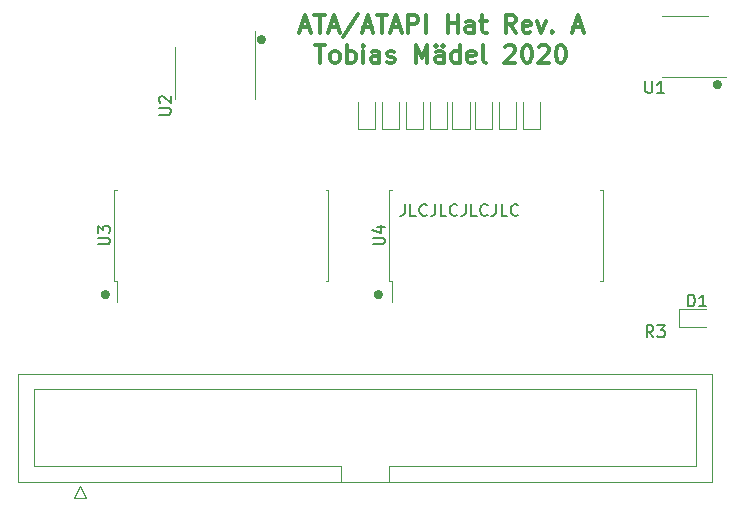
<source format=gto>
%TF.GenerationSoftware,KiCad,Pcbnew,5.1.6*%
%TF.CreationDate,2020-07-11T21:42:10+02:00*%
%TF.ProjectId,IDEHat,49444548-6174-42e6-9b69-6361645f7063,rev?*%
%TF.SameCoordinates,Original*%
%TF.FileFunction,Legend,Top*%
%TF.FilePolarity,Positive*%
%FSLAX46Y46*%
G04 Gerber Fmt 4.6, Leading zero omitted, Abs format (unit mm)*
G04 Created by KiCad (PCBNEW 5.1.6) date 2020-07-11 21:42:10*
%MOMM*%
%LPD*%
G01*
G04 APERTURE LIST*
%ADD10C,0.150000*%
%ADD11C,0.400000*%
%ADD12C,0.300000*%
%ADD13C,0.120000*%
G04 APERTURE END LIST*
D10*
X81740952Y-153376380D02*
X81740952Y-154090666D01*
X81693333Y-154233523D01*
X81598095Y-154328761D01*
X81455238Y-154376380D01*
X81360000Y-154376380D01*
X82693333Y-154376380D02*
X82217142Y-154376380D01*
X82217142Y-153376380D01*
X83598095Y-154281142D02*
X83550476Y-154328761D01*
X83407619Y-154376380D01*
X83312380Y-154376380D01*
X83169523Y-154328761D01*
X83074285Y-154233523D01*
X83026666Y-154138285D01*
X82979047Y-153947809D01*
X82979047Y-153804952D01*
X83026666Y-153614476D01*
X83074285Y-153519238D01*
X83169523Y-153424000D01*
X83312380Y-153376380D01*
X83407619Y-153376380D01*
X83550476Y-153424000D01*
X83598095Y-153471619D01*
X84312380Y-153376380D02*
X84312380Y-154090666D01*
X84264761Y-154233523D01*
X84169523Y-154328761D01*
X84026666Y-154376380D01*
X83931428Y-154376380D01*
X85264761Y-154376380D02*
X84788571Y-154376380D01*
X84788571Y-153376380D01*
X86169523Y-154281142D02*
X86121904Y-154328761D01*
X85979047Y-154376380D01*
X85883809Y-154376380D01*
X85740952Y-154328761D01*
X85645714Y-154233523D01*
X85598095Y-154138285D01*
X85550476Y-153947809D01*
X85550476Y-153804952D01*
X85598095Y-153614476D01*
X85645714Y-153519238D01*
X85740952Y-153424000D01*
X85883809Y-153376380D01*
X85979047Y-153376380D01*
X86121904Y-153424000D01*
X86169523Y-153471619D01*
X86883809Y-153376380D02*
X86883809Y-154090666D01*
X86836190Y-154233523D01*
X86740952Y-154328761D01*
X86598095Y-154376380D01*
X86502857Y-154376380D01*
X87836190Y-154376380D02*
X87360000Y-154376380D01*
X87360000Y-153376380D01*
X88740952Y-154281142D02*
X88693333Y-154328761D01*
X88550476Y-154376380D01*
X88455238Y-154376380D01*
X88312380Y-154328761D01*
X88217142Y-154233523D01*
X88169523Y-154138285D01*
X88121904Y-153947809D01*
X88121904Y-153804952D01*
X88169523Y-153614476D01*
X88217142Y-153519238D01*
X88312380Y-153424000D01*
X88455238Y-153376380D01*
X88550476Y-153376380D01*
X88693333Y-153424000D01*
X88740952Y-153471619D01*
X89455238Y-153376380D02*
X89455238Y-154090666D01*
X89407619Y-154233523D01*
X89312380Y-154328761D01*
X89169523Y-154376380D01*
X89074285Y-154376380D01*
X90407619Y-154376380D02*
X89931428Y-154376380D01*
X89931428Y-153376380D01*
X91312380Y-154281142D02*
X91264761Y-154328761D01*
X91121904Y-154376380D01*
X91026666Y-154376380D01*
X90883809Y-154328761D01*
X90788571Y-154233523D01*
X90740952Y-154138285D01*
X90693333Y-153947809D01*
X90693333Y-153804952D01*
X90740952Y-153614476D01*
X90788571Y-153519238D01*
X90883809Y-153424000D01*
X91026666Y-153376380D01*
X91121904Y-153376380D01*
X91264761Y-153424000D01*
X91312380Y-153471619D01*
D11*
X108404000Y-143256000D02*
G75*
G03*
X108404000Y-143256000I-200000J0D01*
G01*
X69796000Y-139446000D02*
G75*
G03*
X69796000Y-139446000I-200000J0D01*
G01*
X79702000Y-161036000D02*
G75*
G03*
X79702000Y-161036000I-200000J0D01*
G01*
X56588000Y-161036000D02*
G75*
G03*
X56588000Y-161036000I-200000J0D01*
G01*
D12*
X72943142Y-138421000D02*
X73657428Y-138421000D01*
X72800285Y-138849571D02*
X73300285Y-137349571D01*
X73800285Y-138849571D01*
X74086000Y-137349571D02*
X74943142Y-137349571D01*
X74514571Y-138849571D02*
X74514571Y-137349571D01*
X75371714Y-138421000D02*
X76086000Y-138421000D01*
X75228857Y-138849571D02*
X75728857Y-137349571D01*
X76228857Y-138849571D01*
X77800285Y-137278142D02*
X76514571Y-139206714D01*
X78228857Y-138421000D02*
X78943142Y-138421000D01*
X78086000Y-138849571D02*
X78586000Y-137349571D01*
X79086000Y-138849571D01*
X79371714Y-137349571D02*
X80228857Y-137349571D01*
X79800285Y-138849571D02*
X79800285Y-137349571D01*
X80657428Y-138421000D02*
X81371714Y-138421000D01*
X80514571Y-138849571D02*
X81014571Y-137349571D01*
X81514571Y-138849571D01*
X82014571Y-138849571D02*
X82014571Y-137349571D01*
X82586000Y-137349571D01*
X82728857Y-137421000D01*
X82800285Y-137492428D01*
X82871714Y-137635285D01*
X82871714Y-137849571D01*
X82800285Y-137992428D01*
X82728857Y-138063857D01*
X82586000Y-138135285D01*
X82014571Y-138135285D01*
X83514571Y-138849571D02*
X83514571Y-137349571D01*
X85371714Y-138849571D02*
X85371714Y-137349571D01*
X85371714Y-138063857D02*
X86228857Y-138063857D01*
X86228857Y-138849571D02*
X86228857Y-137349571D01*
X87586000Y-138849571D02*
X87586000Y-138063857D01*
X87514571Y-137921000D01*
X87371714Y-137849571D01*
X87086000Y-137849571D01*
X86943142Y-137921000D01*
X87586000Y-138778142D02*
X87443142Y-138849571D01*
X87086000Y-138849571D01*
X86943142Y-138778142D01*
X86871714Y-138635285D01*
X86871714Y-138492428D01*
X86943142Y-138349571D01*
X87086000Y-138278142D01*
X87443142Y-138278142D01*
X87586000Y-138206714D01*
X88086000Y-137849571D02*
X88657428Y-137849571D01*
X88300285Y-137349571D02*
X88300285Y-138635285D01*
X88371714Y-138778142D01*
X88514571Y-138849571D01*
X88657428Y-138849571D01*
X91157428Y-138849571D02*
X90657428Y-138135285D01*
X90300285Y-138849571D02*
X90300285Y-137349571D01*
X90871714Y-137349571D01*
X91014571Y-137421000D01*
X91085999Y-137492428D01*
X91157428Y-137635285D01*
X91157428Y-137849571D01*
X91085999Y-137992428D01*
X91014571Y-138063857D01*
X90871714Y-138135285D01*
X90300285Y-138135285D01*
X92371714Y-138778142D02*
X92228857Y-138849571D01*
X91943142Y-138849571D01*
X91800285Y-138778142D01*
X91728857Y-138635285D01*
X91728857Y-138063857D01*
X91800285Y-137921000D01*
X91943142Y-137849571D01*
X92228857Y-137849571D01*
X92371714Y-137921000D01*
X92443142Y-138063857D01*
X92443142Y-138206714D01*
X91728857Y-138349571D01*
X92943142Y-137849571D02*
X93300285Y-138849571D01*
X93657428Y-137849571D01*
X94228857Y-138706714D02*
X94300285Y-138778142D01*
X94228857Y-138849571D01*
X94157428Y-138778142D01*
X94228857Y-138706714D01*
X94228857Y-138849571D01*
X96014571Y-138421000D02*
X96728857Y-138421000D01*
X95871714Y-138849571D02*
X96371714Y-137349571D01*
X96871714Y-138849571D01*
X74157428Y-139899571D02*
X75014571Y-139899571D01*
X74586000Y-141399571D02*
X74586000Y-139899571D01*
X75728857Y-141399571D02*
X75586000Y-141328142D01*
X75514571Y-141256714D01*
X75443142Y-141113857D01*
X75443142Y-140685285D01*
X75514571Y-140542428D01*
X75586000Y-140471000D01*
X75728857Y-140399571D01*
X75943142Y-140399571D01*
X76086000Y-140471000D01*
X76157428Y-140542428D01*
X76228857Y-140685285D01*
X76228857Y-141113857D01*
X76157428Y-141256714D01*
X76086000Y-141328142D01*
X75943142Y-141399571D01*
X75728857Y-141399571D01*
X76871714Y-141399571D02*
X76871714Y-139899571D01*
X76871714Y-140471000D02*
X77014571Y-140399571D01*
X77300285Y-140399571D01*
X77443142Y-140471000D01*
X77514571Y-140542428D01*
X77586000Y-140685285D01*
X77586000Y-141113857D01*
X77514571Y-141256714D01*
X77443142Y-141328142D01*
X77300285Y-141399571D01*
X77014571Y-141399571D01*
X76871714Y-141328142D01*
X78228857Y-141399571D02*
X78228857Y-140399571D01*
X78228857Y-139899571D02*
X78157428Y-139971000D01*
X78228857Y-140042428D01*
X78300285Y-139971000D01*
X78228857Y-139899571D01*
X78228857Y-140042428D01*
X79586000Y-141399571D02*
X79586000Y-140613857D01*
X79514571Y-140471000D01*
X79371714Y-140399571D01*
X79086000Y-140399571D01*
X78943142Y-140471000D01*
X79586000Y-141328142D02*
X79443142Y-141399571D01*
X79086000Y-141399571D01*
X78943142Y-141328142D01*
X78871714Y-141185285D01*
X78871714Y-141042428D01*
X78943142Y-140899571D01*
X79086000Y-140828142D01*
X79443142Y-140828142D01*
X79586000Y-140756714D01*
X80228857Y-141328142D02*
X80371714Y-141399571D01*
X80657428Y-141399571D01*
X80800285Y-141328142D01*
X80871714Y-141185285D01*
X80871714Y-141113857D01*
X80800285Y-140971000D01*
X80657428Y-140899571D01*
X80443142Y-140899571D01*
X80300285Y-140828142D01*
X80228857Y-140685285D01*
X80228857Y-140613857D01*
X80300285Y-140471000D01*
X80443142Y-140399571D01*
X80657428Y-140399571D01*
X80800285Y-140471000D01*
X82657428Y-141399571D02*
X82657428Y-139899571D01*
X83157428Y-140971000D01*
X83657428Y-139899571D01*
X83657428Y-141399571D01*
X85014571Y-141399571D02*
X85014571Y-140613857D01*
X84943142Y-140471000D01*
X84800285Y-140399571D01*
X84514571Y-140399571D01*
X84371714Y-140471000D01*
X85014571Y-141328142D02*
X84871714Y-141399571D01*
X84514571Y-141399571D01*
X84371714Y-141328142D01*
X84300285Y-141185285D01*
X84300285Y-141042428D01*
X84371714Y-140899571D01*
X84514571Y-140828142D01*
X84871714Y-140828142D01*
X85014571Y-140756714D01*
X84371714Y-139899571D02*
X84443142Y-139971000D01*
X84371714Y-140042428D01*
X84300285Y-139971000D01*
X84371714Y-139899571D01*
X84371714Y-140042428D01*
X84943142Y-139899571D02*
X85014571Y-139971000D01*
X84943142Y-140042428D01*
X84871714Y-139971000D01*
X84943142Y-139899571D01*
X84943142Y-140042428D01*
X86371714Y-141399571D02*
X86371714Y-139899571D01*
X86371714Y-141328142D02*
X86228857Y-141399571D01*
X85943142Y-141399571D01*
X85800285Y-141328142D01*
X85728857Y-141256714D01*
X85657428Y-141113857D01*
X85657428Y-140685285D01*
X85728857Y-140542428D01*
X85800285Y-140471000D01*
X85943142Y-140399571D01*
X86228857Y-140399571D01*
X86371714Y-140471000D01*
X87657428Y-141328142D02*
X87514571Y-141399571D01*
X87228857Y-141399571D01*
X87086000Y-141328142D01*
X87014571Y-141185285D01*
X87014571Y-140613857D01*
X87086000Y-140471000D01*
X87228857Y-140399571D01*
X87514571Y-140399571D01*
X87657428Y-140471000D01*
X87728857Y-140613857D01*
X87728857Y-140756714D01*
X87014571Y-140899571D01*
X88586000Y-141399571D02*
X88443142Y-141328142D01*
X88371714Y-141185285D01*
X88371714Y-139899571D01*
X90228857Y-140042428D02*
X90300285Y-139971000D01*
X90443142Y-139899571D01*
X90800285Y-139899571D01*
X90943142Y-139971000D01*
X91014571Y-140042428D01*
X91086000Y-140185285D01*
X91086000Y-140328142D01*
X91014571Y-140542428D01*
X90157428Y-141399571D01*
X91086000Y-141399571D01*
X92014571Y-139899571D02*
X92157428Y-139899571D01*
X92300285Y-139971000D01*
X92371714Y-140042428D01*
X92443142Y-140185285D01*
X92514571Y-140471000D01*
X92514571Y-140828142D01*
X92443142Y-141113857D01*
X92371714Y-141256714D01*
X92300285Y-141328142D01*
X92157428Y-141399571D01*
X92014571Y-141399571D01*
X91871714Y-141328142D01*
X91800285Y-141256714D01*
X91728857Y-141113857D01*
X91657428Y-140828142D01*
X91657428Y-140471000D01*
X91728857Y-140185285D01*
X91800285Y-140042428D01*
X91871714Y-139971000D01*
X92014571Y-139899571D01*
X93086000Y-140042428D02*
X93157428Y-139971000D01*
X93300285Y-139899571D01*
X93657428Y-139899571D01*
X93800285Y-139971000D01*
X93871714Y-140042428D01*
X93943142Y-140185285D01*
X93943142Y-140328142D01*
X93871714Y-140542428D01*
X93014571Y-141399571D01*
X93943142Y-141399571D01*
X94871714Y-139899571D02*
X95014571Y-139899571D01*
X95157428Y-139971000D01*
X95228857Y-140042428D01*
X95300285Y-140185285D01*
X95371714Y-140471000D01*
X95371714Y-140828142D01*
X95300285Y-141113857D01*
X95228857Y-141256714D01*
X95157428Y-141328142D01*
X95014571Y-141399571D01*
X94871714Y-141399571D01*
X94728857Y-141328142D01*
X94657428Y-141256714D01*
X94586000Y-141113857D01*
X94514571Y-140828142D01*
X94514571Y-140471000D01*
X94586000Y-140185285D01*
X94657428Y-140042428D01*
X94728857Y-139971000D01*
X94871714Y-139899571D01*
D13*
%TO.C,U2*%
X62250627Y-142299877D02*
X62250627Y-144499877D01*
X62250627Y-142299877D02*
X62250627Y-140099877D01*
X69020627Y-142299877D02*
X69020627Y-144499877D01*
X69020627Y-142299877D02*
X69020627Y-138699877D01*
%TO.C,D9*%
X77751000Y-144742000D02*
X77751000Y-147027000D01*
X77751000Y-147027000D02*
X79221000Y-147027000D01*
X79221000Y-147027000D02*
X79221000Y-144742000D01*
%TO.C,D8*%
X79783000Y-144742000D02*
X79783000Y-147027000D01*
X79783000Y-147027000D02*
X81253000Y-147027000D01*
X81253000Y-147027000D02*
X81253000Y-144742000D01*
%TO.C,D7*%
X81815000Y-144742000D02*
X81815000Y-147027000D01*
X81815000Y-147027000D02*
X83285000Y-147027000D01*
X83285000Y-147027000D02*
X83285000Y-144742000D01*
%TO.C,D6*%
X83847000Y-144742000D02*
X83847000Y-147027000D01*
X83847000Y-147027000D02*
X85317000Y-147027000D01*
X85317000Y-147027000D02*
X85317000Y-144742000D01*
%TO.C,D5*%
X85752000Y-144742000D02*
X85752000Y-147027000D01*
X85752000Y-147027000D02*
X87222000Y-147027000D01*
X87222000Y-147027000D02*
X87222000Y-144742000D01*
%TO.C,D4*%
X87657000Y-144742000D02*
X87657000Y-147027000D01*
X87657000Y-147027000D02*
X89127000Y-147027000D01*
X89127000Y-147027000D02*
X89127000Y-144742000D01*
%TO.C,D3*%
X89689000Y-144742000D02*
X89689000Y-147027000D01*
X89689000Y-147027000D02*
X91159000Y-147027000D01*
X91159000Y-147027000D02*
X91159000Y-144742000D01*
%TO.C,D2*%
X91721000Y-144742000D02*
X91721000Y-147027000D01*
X91721000Y-147027000D02*
X93191000Y-147027000D01*
X93191000Y-147027000D02*
X93191000Y-144742000D01*
%TO.C,J2*%
X49024241Y-176877564D02*
X49024241Y-167757564D01*
X49024241Y-167757564D02*
X107704241Y-167757564D01*
X107704241Y-167757564D02*
X107704241Y-176877564D01*
X107704241Y-176877564D02*
X49024241Y-176877564D01*
X76314241Y-176877564D02*
X76314241Y-175567564D01*
X76314241Y-175567564D02*
X50324241Y-175567564D01*
X50324241Y-175567564D02*
X50324241Y-169067564D01*
X50324241Y-169067564D02*
X106404241Y-169067564D01*
X106404241Y-169067564D02*
X106404241Y-175567564D01*
X106404241Y-175567564D02*
X80414241Y-175567564D01*
X80414241Y-175567564D02*
X80414241Y-175567564D01*
X80414241Y-175567564D02*
X80414241Y-176877564D01*
X54234241Y-177267564D02*
X53734241Y-178267564D01*
X53734241Y-178267564D02*
X54734241Y-178267564D01*
X54734241Y-178267564D02*
X54234241Y-177267564D01*
%TO.C,U4*%
X98525628Y-156019875D02*
X98525628Y-152159875D01*
X98525628Y-152159875D02*
X98280628Y-152159875D01*
X98525628Y-156019875D02*
X98525628Y-159879875D01*
X98525628Y-159879875D02*
X98280628Y-159879875D01*
X80405628Y-156019875D02*
X80405628Y-152159875D01*
X80405628Y-152159875D02*
X80650628Y-152159875D01*
X80405628Y-156019875D02*
X80405628Y-159879875D01*
X80405628Y-159879875D02*
X80650628Y-159879875D01*
X80650628Y-159879875D02*
X80650628Y-161694875D01*
%TO.C,U3*%
X75275628Y-156019877D02*
X75275628Y-152159877D01*
X75275628Y-152159877D02*
X75030628Y-152159877D01*
X75275628Y-156019877D02*
X75275628Y-159879877D01*
X75275628Y-159879877D02*
X75030628Y-159879877D01*
X57155628Y-156019877D02*
X57155628Y-152159877D01*
X57155628Y-152159877D02*
X57400628Y-152159877D01*
X57155628Y-156019877D02*
X57155628Y-159879877D01*
X57155628Y-159879877D02*
X57400628Y-159879877D01*
X57400628Y-159879877D02*
X57400628Y-161694877D01*
%TO.C,U1*%
X105465628Y-137459875D02*
X103515628Y-137459875D01*
X105465628Y-137459875D02*
X107415628Y-137459875D01*
X105465628Y-142579875D02*
X103515628Y-142579875D01*
X105465628Y-142579875D02*
X108915628Y-142579875D01*
%TO.C,D1*%
X107265629Y-162284875D02*
X104980629Y-162284875D01*
X104980629Y-162284875D02*
X104980629Y-163754875D01*
X104980629Y-163754875D02*
X107265629Y-163754875D01*
%TO.C,U2*%
D10*
X60920380Y-145795904D02*
X61729904Y-145795904D01*
X61825142Y-145748285D01*
X61872761Y-145700666D01*
X61920380Y-145605428D01*
X61920380Y-145414952D01*
X61872761Y-145319714D01*
X61825142Y-145272095D01*
X61729904Y-145224476D01*
X60920380Y-145224476D01*
X61015619Y-144795904D02*
X60968000Y-144748285D01*
X60920380Y-144653047D01*
X60920380Y-144414952D01*
X60968000Y-144319714D01*
X61015619Y-144272095D01*
X61110857Y-144224476D01*
X61206095Y-144224476D01*
X61348952Y-144272095D01*
X61920380Y-144843523D01*
X61920380Y-144224476D01*
%TO.C,U4*%
X79018008Y-156781779D02*
X79827532Y-156781779D01*
X79922770Y-156734160D01*
X79970389Y-156686541D01*
X80018008Y-156591303D01*
X80018008Y-156400827D01*
X79970389Y-156305589D01*
X79922770Y-156257970D01*
X79827532Y-156210351D01*
X79018008Y-156210351D01*
X79351342Y-155305589D02*
X80018008Y-155305589D01*
X78970389Y-155543684D02*
X79684675Y-155781779D01*
X79684675Y-155162732D01*
%TO.C,U3*%
X55768008Y-156781781D02*
X56577532Y-156781781D01*
X56672770Y-156734162D01*
X56720389Y-156686543D01*
X56768008Y-156591305D01*
X56768008Y-156400829D01*
X56720389Y-156305591D01*
X56672770Y-156257972D01*
X56577532Y-156210353D01*
X55768008Y-156210353D01*
X55768008Y-155829400D02*
X55768008Y-155210353D01*
X56148961Y-155543686D01*
X56148961Y-155400829D01*
X56196580Y-155305591D01*
X56244199Y-155257972D01*
X56339437Y-155210353D01*
X56577532Y-155210353D01*
X56672770Y-155257972D01*
X56720389Y-155305591D01*
X56768008Y-155400829D01*
X56768008Y-155686543D01*
X56720389Y-155781781D01*
X56672770Y-155829400D01*
%TO.C,U1*%
X102108095Y-142962380D02*
X102108095Y-143771904D01*
X102155714Y-143867142D01*
X102203333Y-143914761D01*
X102298571Y-143962380D01*
X102489047Y-143962380D01*
X102584285Y-143914761D01*
X102631904Y-143867142D01*
X102679523Y-143771904D01*
X102679523Y-142962380D01*
X103679523Y-143962380D02*
X103108095Y-143962380D01*
X103393809Y-143962380D02*
X103393809Y-142962380D01*
X103298571Y-143105238D01*
X103203333Y-143200476D01*
X103108095Y-143248095D01*
%TO.C,R3*%
X102783960Y-164642257D02*
X102450627Y-164166067D01*
X102212531Y-164642257D02*
X102212531Y-163642257D01*
X102593484Y-163642257D01*
X102688722Y-163689877D01*
X102736341Y-163737496D01*
X102783960Y-163832734D01*
X102783960Y-163975591D01*
X102736341Y-164070829D01*
X102688722Y-164118448D01*
X102593484Y-164166067D01*
X102212531Y-164166067D01*
X103117293Y-163642257D02*
X103736341Y-163642257D01*
X103403007Y-164023210D01*
X103545865Y-164023210D01*
X103641103Y-164070829D01*
X103688722Y-164118448D01*
X103736341Y-164213686D01*
X103736341Y-164451781D01*
X103688722Y-164547019D01*
X103641103Y-164594638D01*
X103545865Y-164642257D01*
X103260150Y-164642257D01*
X103164912Y-164594638D01*
X103117293Y-164547019D01*
%TO.C,D1*%
X105727533Y-162042255D02*
X105727533Y-161042255D01*
X105965629Y-161042255D01*
X106108486Y-161089875D01*
X106203724Y-161185113D01*
X106251343Y-161280351D01*
X106298962Y-161470827D01*
X106298962Y-161613684D01*
X106251343Y-161804160D01*
X106203724Y-161899398D01*
X106108486Y-161994636D01*
X105965629Y-162042255D01*
X105727533Y-162042255D01*
X107251343Y-162042255D02*
X106679914Y-162042255D01*
X106965629Y-162042255D02*
X106965629Y-161042255D01*
X106870390Y-161185113D01*
X106775152Y-161280351D01*
X106679914Y-161327970D01*
%TD*%
M02*

</source>
